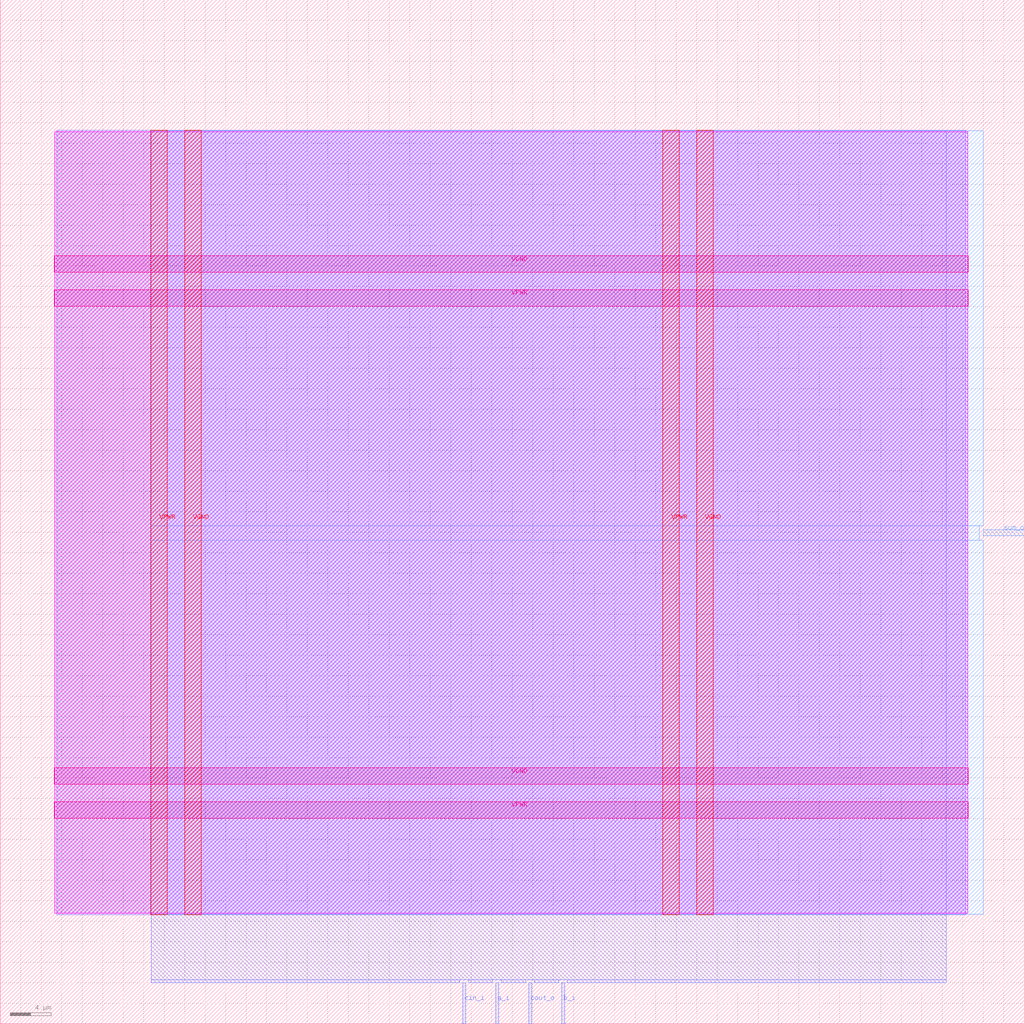
<source format=lef>
VERSION 5.7 ;
  NOWIREEXTENSIONATPIN ON ;
  DIVIDERCHAR "/" ;
  BUSBITCHARS "[]" ;
MACRO FullAdder
  CLASS BLOCK ;
  FOREIGN FullAdder ;
  ORIGIN 0.000 0.000 ;
  SIZE 100.000 BY 100.000 ;
  PIN VGND
    DIRECTION INOUT ;
    USE GROUND ;
    PORT
      LAYER met4 ;
        RECT 18.020 10.640 19.620 87.280 ;
    END
    PORT
      LAYER met4 ;
        RECT 68.020 10.640 69.620 87.280 ;
    END
    PORT
      LAYER met5 ;
        RECT 5.280 23.380 94.540 24.980 ;
    END
    PORT
      LAYER met5 ;
        RECT 5.280 73.380 94.540 74.980 ;
    END
  END VGND
  PIN VPWR
    DIRECTION INOUT ;
    USE POWER ;
    PORT
      LAYER met4 ;
        RECT 14.720 10.640 16.320 87.280 ;
    END
    PORT
      LAYER met4 ;
        RECT 64.720 10.640 66.320 87.280 ;
    END
    PORT
      LAYER met5 ;
        RECT 5.280 20.080 94.540 21.680 ;
    END
    PORT
      LAYER met5 ;
        RECT 5.280 70.080 94.540 71.680 ;
    END
  END VPWR
  PIN a_i
    DIRECTION INPUT ;
    USE SIGNAL ;
    ANTENNAGATEAREA 0.196500 ;
    PORT
      LAYER met2 ;
        RECT 48.390 0.000 48.670 4.000 ;
    END
  END a_i
  PIN b_i
    DIRECTION INPUT ;
    USE SIGNAL ;
    ANTENNAGATEAREA 0.196500 ;
    PORT
      LAYER met2 ;
        RECT 54.830 0.000 55.110 4.000 ;
    END
  END b_i
  PIN cin_i
    DIRECTION INPUT ;
    USE SIGNAL ;
    ANTENNAGATEAREA 0.196500 ;
    PORT
      LAYER met2 ;
        RECT 45.170 0.000 45.450 4.000 ;
    END
  END cin_i
  PIN cout_o
    DIRECTION OUTPUT ;
    USE SIGNAL ;
    ANTENNADIFFAREA 0.445500 ;
    PORT
      LAYER met2 ;
        RECT 51.610 0.000 51.890 4.000 ;
    END
  END cout_o
  PIN sum_o
    DIRECTION OUTPUT ;
    USE SIGNAL ;
    ANTENNADIFFAREA 0.445500 ;
    PORT
      LAYER met3 ;
        RECT 96.000 47.640 100.000 48.240 ;
    END
  END sum_o
  OBS
      LAYER nwell ;
        RECT 5.330 10.795 94.490 87.125 ;
      LAYER li1 ;
        RECT 5.520 10.795 94.300 87.125 ;
      LAYER met1 ;
        RECT 5.520 10.640 94.300 87.280 ;
      LAYER met2 ;
        RECT 14.750 4.280 92.370 87.225 ;
        RECT 14.750 4.000 44.890 4.280 ;
        RECT 45.730 4.000 48.110 4.280 ;
        RECT 48.950 4.000 51.330 4.280 ;
        RECT 52.170 4.000 54.550 4.280 ;
        RECT 55.390 4.000 92.370 4.280 ;
      LAYER met3 ;
        RECT 14.730 48.640 96.000 87.205 ;
        RECT 14.730 47.240 95.600 48.640 ;
        RECT 14.730 10.715 96.000 47.240 ;
  END
END FullAdder
END LIBRARY


</source>
